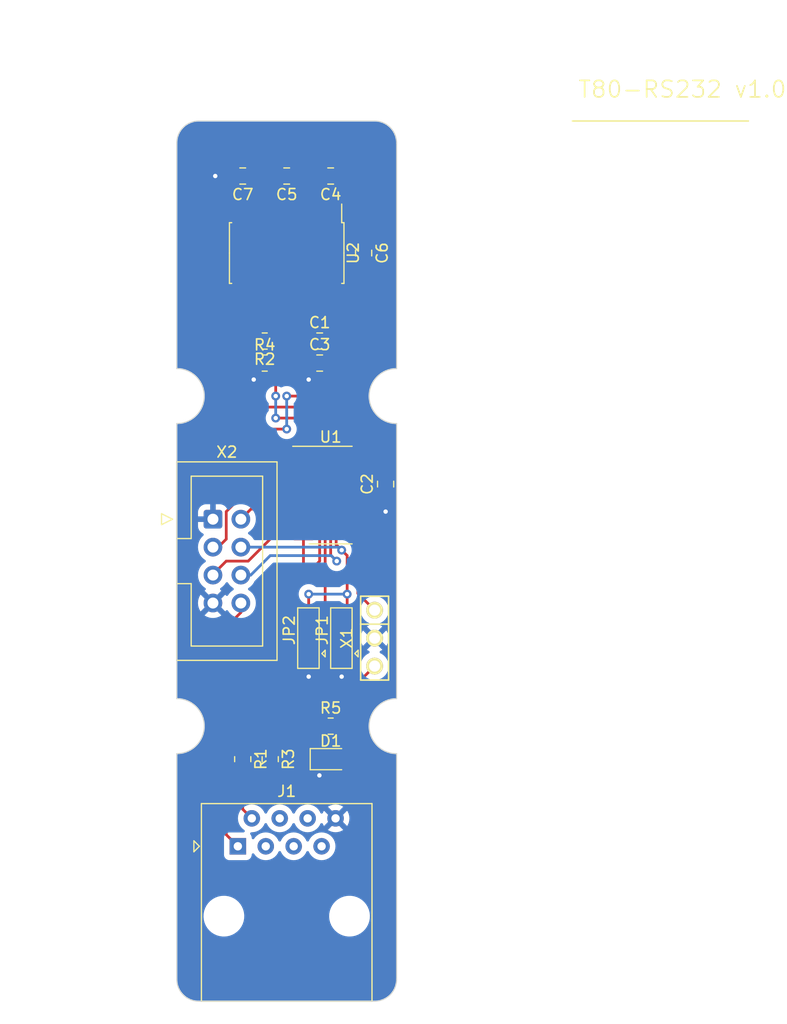
<source format=kicad_pcb>
(kicad_pcb (version 20220914) (generator pcbnew)
  (layers (0 "F.Cu" signal) (31 "B.Cu" signal) (34 "B.Paste" user) (35 "F.Paste" user) (36 "B.SilkS" user "B.Silkscreen") (37 "F.SilkS" user "F.Silkscreen") (38 "B.Mask" user) (39 "F.Mask" user) (44 "Edge.Cuts" user))
  (net 0 "")
  (net 1 "/SCL")
  (net 2 "/SDA")
  (net 3 "/RST")
  (net 4 "/IRQ")
  (net 5 "Net-(D1-A)")
  (net 6 "Net-(U2-T1OUT)")
  (net 7 "+5V")
  (net 8 "+3V3")
  (net 9 "GND")
  (net 10 "Net-(U2-C1+)")
  (net 11 "Net-(U2-C1-)")
  (net 12 "Net-(U2-C2+)")
  (net 13 "Net-(U2-C2-)")
  (net 14 "Net-(U2-VS+)")
  (net 15 "Net-(U2-VS-)")
  (net 16 "/RX_RS232")
  (net 17 "/TX_RS232")
  (net 23 "/RX_3V")
  (net 24 "Net-(U2-R1OUT)")
  (net 25 "Net-(U2-R1IN)")
  (net 26 "/LED")
  (net 27 "/SWCLK")
  (net 28 "/SWDIO")
  (net 29 "/TX_3V")
  (net 34 "/A1")
  (net 35 "/A2")
  (net 36 "/BOOT")
  (footprint "Capacitor_SMD:C_0805_2012Metric_Pad1.18x1.45mm_HandSolder" (layer "F.Cu") (at 137 78.25 90)
    (fp_text reference "C2" (at 0 -1.68 90) (layer "F.SilkS"))
    (fp_text value "100n")
    (fp_line (start -0.261252 -0.735) (end 0.261252 -0.735) (stroke (width 0.12)) (layer "F.SilkS"))
    (fp_line (start -0.261252 0.735) (end 0.261252 0.735) (stroke (width 0.12)) (layer "F.SilkS"))
    (pad "1" smd roundrect (at -1.0375 0 90) (size 1.175 1.45) (layers "F.Cu" "F.Paste" "F.Mask") (roundrect_rratio 0.212766) (net 9 "GND"))
    (pad "2" smd roundrect (at 1.0375 0 90) (size 1.175 1.45) (layers "F.Cu" "F.Paste" "F.Mask") (roundrect_rratio 0.212766) (net 8 "+3V3"))
  )
  (footprint "Capacitor_SMD:C_0805_2012Metric_Pad1.18x1.45mm_HandSolder" (layer "F.Cu") (at 132 50.25 180)
    (fp_text reference "C4" (at 0 -1.68) (layer "F.SilkS"))
    (fp_text value "1u")
    (fp_line (start -0.261252 -0.735) (end 0.261252 -0.735) (stroke (width 0.12)) (layer "F.SilkS"))
    (fp_line (start -0.261252 0.735) (end 0.261252 0.735) (stroke (width 0.12)) (layer "F.SilkS"))
    (pad "1" smd roundrect (at -1.0375 0 180) (size 1.175 1.45) (layers "F.Cu" "F.Paste" "F.Mask") (roundrect_rratio 0.212766) (net 10 "Net-(U2-C1+)"))
    (pad "2" smd roundrect (at 1.0375 0 180) (size 1.175 1.45) (layers "F.Cu" "F.Paste" "F.Mask") (roundrect_rratio 0.212766) (net 11 "Net-(U2-C1-)"))
  )
  (footprint "LED_SMD:LED_0805_2012Metric_Pad1.15x1.40mm_HandSolder" (layer "F.Cu") (at 132 103.25)
    (fp_text reference "D1" (at 0 -1.65) (layer "F.SilkS"))
    (fp_text value "LED")
    (fp_line (start -1.86 -0.96) (end -1.86 0.96) (stroke (width 0.12)) (layer "F.SilkS"))
    (fp_line (start -1.86 0.96) (end 1 0.96) (stroke (width 0.12)) (layer "F.SilkS"))
    (fp_line (start 1 -0.96) (end -1.86 -0.96) (stroke (width 0.12)) (layer "F.SilkS"))
    (pad "1" smd roundrect (at -1.025 0) (size 1.15 1.4) (layers "F.Cu" "F.Paste" "F.Mask") (roundrect_rratio 0.217391) (net 9 "GND"))
    (pad "2" smd roundrect (at 1.025 0) (size 1.15 1.4) (layers "F.Cu" "F.Paste" "F.Mask") (roundrect_rratio 0.217391) (net 5 "Net-(D1-A)"))
  )
  (footprint "Resistor_SMD:R_0805_2012Metric_Pad1.20x1.40mm_HandSolder" (layer "F.Cu") (at 126.5 103.25 -90)
    (fp_text reference "R3" (at 0 -1.65 90) (layer "F.SilkS"))
    (fp_text value "270R")
    (fp_line (start -0.227064 -0.735) (end 0.227064 -0.735) (stroke (width 0.12)) (layer "F.SilkS"))
    (fp_line (start -0.227064 0.735) (end 0.227064 0.735) (stroke (width 0.12)) (layer "F.SilkS"))
    (pad "1" smd roundrect (at -1 0 270) (size 1.2 1.4) (layers "F.Cu" "F.Paste" "F.Mask") (roundrect_rratio 0.208333) (net 25 "Net-(U2-R1IN)"))
    (pad "2" smd roundrect (at 1 0 270) (size 1.2 1.4) (layers "F.Cu" "F.Paste" "F.Mask") (roundrect_rratio 0.208333) (net 16 "/RX_RS232"))
  )
  (footprint "Connector_IDC:IDC-Header_2x04_P2.54mm_Vertical" (layer "F.Cu") (at 121.29 81.44)
    (fp_text reference "X2" (at 1.27 -6.1) (layer "F.SilkS"))
    (fp_text value "~")
    (fp_line (start -4.68 -0.5) (end -4.68 0.5) (stroke (width 0.12)) (layer "F.SilkS"))
    (fp_line (start -4.68 0.5) (end -3.68 0) (stroke (width 0.12)) (layer "F.SilkS"))
    (fp_line (start -3.68 0) (end -4.68 -0.5) (stroke (width 0.12)) (layer "F.SilkS"))
    (fp_line (start -3.29 -5.21) (end 5.83 -5.21) (stroke (width 0.12)) (layer "F.SilkS"))
    (fp_line (start -3.29 1.76) (end -1.98 1.76) (stroke (width 0.12)) (layer "F.SilkS"))
    (fp_line (start -3.29 12.83) (end -3.29 -5.21) (stroke (width 0.12)) (layer "F.SilkS"))
    (fp_line (start -1.98 -3.91) (end 4.52 -3.91) (stroke (width 0.12)) (layer "F.SilkS"))
    (fp_line (start -1.98 1.76) (end -1.98 -3.91) (stroke (width 0.12)) (layer "F.SilkS"))
    (fp_line (start -1.98 5.86) (end -3.29 5.86) (stroke (width 0.12)) (layer "F.SilkS"))
    (fp_line (start -1.98 5.86) (end -1.98 5.86) (stroke (width 0.12)) (layer "F.SilkS"))
    (fp_line (start -1.98 11.53) (end -1.98 5.86) (stroke (width 0.12)) (layer "F.SilkS"))
    (fp_line (start 4.52 -3.91) (end 4.52 11.53) (stroke (width 0.12)) (layer "F.SilkS"))
    (fp_line (start 4.52 11.53) (end -1.98 11.53) (stroke (width 0.12)) (layer "F.SilkS"))
    (fp_line (start 5.83 -5.21) (end 5.83 12.83) (stroke (width 0.12)) (layer "F.SilkS"))
    (fp_line (start 5.83 12.83) (end -3.29 12.83) (stroke (width 0.12)) (layer "F.SilkS"))
    (pad "1" thru_hole roundrect (at 0 0) (size 1.7 1.7) (drill 1) (layers *.Cu *.Mask) (roundrect_rratio 0.147059) (net 9 "GND"))
    (pad "2" thru_hole circle (at 2.54 0) (size 1.7 1.7) (drill 1) (layers *.Cu *.Mask) (net 1 "/SCL"))
    (pad "3" thru_hole circle (at 0 2.54) (size 1.7 1.7) (drill 1) (layers *.Cu *.Mask) (net 2 "/SDA"))
    (pad "4" thru_hole circle (at 2.54 2.54) (size 1.7 1.7) (drill 1) (layers *.Cu *.Mask) (net 8 "+3V3"))
    (pad "5" thru_hole circle (at 0 5.08) (size 1.7 1.7) (drill 1) (layers *.Cu *.Mask) (net 3 "/RST"))
    (pad "6" thru_hole circle (at 2.54 5.08) (size 1.7 1.7) (drill 1) (layers *.Cu *.Mask) (net 4 "/IRQ"))
    (pad "7" thru_hole circle (at 0 7.62) (size 1.7 1.7) (drill 1) (layers *.Cu *.Mask) (net 9 "GND"))
    (pad "8" thru_hole circle (at 2.54 7.62) (size 1.7 1.7) (drill 1) (layers *.Cu *.Mask) (net 7 "+5V"))
  )
  (footprint "Capacitor_SMD:C_0805_2012Metric_Pad1.18x1.45mm_HandSolder" (layer "F.Cu") (at 124 50.25 180)
    (fp_text reference "C7" (at 0 -1.68) (layer "F.SilkS"))
    (fp_text value "1u")
    (fp_line (start -0.261252 -0.735) (end 0.261252 -0.735) (stroke (width 0.12)) (layer "F.SilkS"))
    (fp_line (start -0.261252 0.735) (end 0.261252 0.735) (stroke (width 0.12)) (layer "F.SilkS"))
    (pad "1" smd roundrect (at -1.0375 0 180) (size 1.175 1.45) (layers "F.Cu" "F.Paste" "F.Mask") (roundrect_rratio 0.212766) (net 15 "Net-(U2-VS-)"))
    (pad "2" smd roundrect (at 1.0375 0 180) (size 1.175 1.45) (layers "F.Cu" "F.Paste" "F.Mask") (roundrect_rratio 0.212766) (net 9 "GND"))
  )
  (footprint "Capacitor_SMD:C_0805_2012Metric_Pad1.18x1.45mm_HandSolder" (layer "F.Cu") (at 128 50.25 180)
    (fp_text reference "C5" (at 0 -1.68) (layer "F.SilkS"))
    (fp_text value "1u")
    (fp_line (start -0.261252 -0.735) (end 0.261252 -0.735) (stroke (width 0.12)) (layer "F.SilkS"))
    (fp_line (start -0.261252 0.735) (end 0.261252 0.735) (stroke (width 0.12)) (layer "F.SilkS"))
    (pad "1" smd roundrect (at -1.0375 0 180) (size 1.175 1.45) (layers "F.Cu" "F.Paste" "F.Mask") (roundrect_rratio 0.212766) (net 12 "Net-(U2-C2+)"))
    (pad "2" smd roundrect (at 1.0375 0 180) (size 1.175 1.45) (layers "F.Cu" "F.Paste" "F.Mask") (roundrect_rratio 0.212766) (net 13 "Net-(U2-C2-)"))
  )
  (footprint "Jumper:SolderJumper-3_P2.0mm_Open_TrianglePad1.0x1.5mm" (layer "F.Cu") (at 133 92.25 90)
    (fp_text reference "JP1" (at 0.725 -1.775 90) (layer "F.SilkS"))
    (fp_text value "A1")
    (fp_line (start -2.75 -1) (end 2.75 -1) (stroke (width 0.12)) (layer "F.SilkS"))
    (fp_line (start -2.75 0.95) (end -2.75 -1) (stroke (width 0.12)) (layer "F.SilkS"))
    (fp_line (start -1.7 1.5) (end -1.1 1.5) (stroke (width 0.12)) (layer "F.SilkS"))
    (fp_line (start -1.4 1.2) (end -1.7 1.5) (stroke (width 0.12)) (layer "F.SilkS"))
    (fp_line (start -1.1 1.5) (end -1.4 1.2) (stroke (width 0.12)) (layer "F.SilkS"))
    (fp_line (start 2.75 -1) (end 2.75 0.95) (stroke (width 0.12)) (layer "F.SilkS"))
    (fp_line (start 2.75 0.95) (end -2.75 0.95) (stroke (width 0.12)) (layer "F.SilkS"))
    (pad "1" smd custom (at -2 0 90) (size 0.3 0.3) (layers "F.Cu" "F.Mask") (net 9 "GND") (options (clearance outline) (anchor rect)) (primitives (gr_poly (pts (xy 1 0) (xy 0.5 0.75) (xy -0.5 0.75) (xy -0.5 -0.75) (xy 0.5 -0.75)) (width 0) (fill yes))))
    (pad "2" smd custom (at 0 0 90) (size 0.3 0.3) (layers "F.Cu") (net 34 "/A1") (options (clearance outline) (anchor rect)) (primitives (gr_poly (pts (xy 0.7 0) (xy 1.2 0.75) (xy -1.2 0.75) (xy -0.7 0) (xy -1.2 -0.75) (xy 1.2 -0.75)) (width 0) (fill yes))))
    (pad "3" smd custom (at 2 0 270) (size 0.3 0.3) (layers "F.Cu" "F.Mask") (net 8 "+3V3") (options (clearance outline) (anchor rect)) (primitives (gr_poly (pts (xy 1 0) (xy 0.5 0.75) (xy -0.5 0.75) (xy -0.5 -0.75) (xy 0.5 -0.75)) (width 0) (fill yes))))
  )
  (footprint "Resistor_SMD:R_0805_2012Metric_Pad1.20x1.40mm_HandSolder" (layer "F.Cu") (at 132 100.25)
    (fp_text reference "R5" (at 0 -1.65) (layer "F.SilkS"))
    (fp_text value "270R")
    (fp_line (start -0.227064 -0.735) (end 0.227064 -0.735) (stroke (width 0.12)) (layer "F.SilkS"))
    (fp_line (start -0.227064 0.735) (end 0.227064 0.735) (stroke (width 0.12)) (layer "F.SilkS"))
    (pad "1" smd roundrect (at -1 0) (size 1.2 1.4) (layers "F.Cu" "F.Paste" "F.Mask") (roundrect_rratio 0.208333) (net 26 "/LED"))
    (pad "2" smd roundrect (at 1 0) (size 1.2 1.4) (layers "F.Cu" "F.Paste" "F.Mask") (roundrect_rratio 0.208333) (net 5 "Net-(D1-A)"))
  )
  (footprint "Capacitor_SMD:C_0805_2012Metric_Pad1.18x1.45mm_HandSolder" (layer "F.Cu") (at 131 67.25)
    (fp_text reference "C3" (at 0 -1.68) (layer "F.SilkS"))
    (fp_text value "100n")
    (fp_line (start -0.261252 -0.735) (end 0.261252 -0.735) (stroke (width 0.12)) (layer "F.SilkS"))
    (fp_line (start -0.261252 0.735) (end 0.261252 0.735) (stroke (width 0.12)) (layer "F.SilkS"))
    (pad "1" smd roundrect (at -1.0375 0) (size 1.175 1.45) (layers "F.Cu" "F.Paste" "F.Mask") (roundrect_rratio 0.212766) (net 9 "GND"))
    (pad "2" smd roundrect (at 1.0375 0) (size 1.175 1.45) (layers "F.Cu" "F.Paste" "F.Mask") (roundrect_rratio 0.212766) (net 7 "+5V"))
  )
  (footprint "Resistor_SMD:R_0805_2012Metric_Pad1.20x1.40mm_HandSolder" (layer "F.Cu") (at 124 103.25 -90)
    (fp_text reference "R1" (at 0 -1.65 90) (layer "F.SilkS"))
    (fp_text value "270R")
    (fp_line (start -0.227064 -0.735) (end 0.227064 -0.735) (stroke (width 0.12)) (layer "F.SilkS"))
    (fp_line (start -0.227064 0.735) (end 0.227064 0.735) (stroke (width 0.12)) (layer "F.SilkS"))
    (pad "1" smd roundrect (at -1 0 270) (size 1.2 1.4) (layers "F.Cu" "F.Paste" "F.Mask") (roundrect_rratio 0.208333) (net 6 "Net-(U2-T1OUT)"))
    (pad "2" smd roundrect (at 1 0 270) (size 1.2 1.4) (layers "F.Cu" "F.Paste" "F.Mask") (roundrect_rratio 0.208333) (net 17 "/TX_RS232"))
  )
  (footprint "Resistor_SMD:R_0805_2012Metric_Pad1.20x1.40mm_HandSolder" (layer "F.Cu") (at 126 65.25 180)
    (fp_text reference "R2" (at 0 -1.65) (layer "F.SilkS"))
    (fp_text value "270R")
    (fp_line (start -0.227064 -0.735) (end 0.227064 -0.735) (stroke (width 0.12)) (layer "F.SilkS"))
    (fp_line (start -0.227064 0.735) (end 0.227064 0.735) (stroke (width 0.12)) (layer "F.SilkS"))
    (pad "1" smd roundrect (at -1 0 180) (size 1.2 1.4) (layers "F.Cu" "F.Paste" "F.Mask") (roundrect_rratio 0.208333) (net 23 "/RX_3V"))
    (pad "2" smd roundrect (at 1 0 180) (size 1.2 1.4) (layers "F.Cu" "F.Paste" "F.Mask") (roundrect_rratio 0.208333) (net 24 "Net-(U2-R1OUT)"))
  )
  (footprint "Connector_RJ:RJ45_Amphenol_54602-x08_Horizontal" (layer "F.Cu") (at 123.555 111.17)
    (fp_text reference "J1" (at 4.445 -5) (layer "F.SilkS"))
    (fp_text value "8P8C")
    (fp_line (start -4 -0.5) (end -4 0.5) (stroke (width 0.12)) (layer "F.SilkS"))
    (fp_line (start -4 0.5) (end -3.5 0) (stroke (width 0.12)) (layer "F.SilkS"))
    (fp_line (start -3.5 0) (end -4 -0.5) (stroke (width 0.12)) (layer "F.SilkS"))
    (fp_line (start -3.315 -3.88) (end -3.315 14.08) (stroke (width 0.12)) (layer "F.SilkS"))
    (fp_line (start -3.315 14.08) (end 12.205 14.08) (stroke (width 0.12)) (layer "F.SilkS"))
    (fp_line (start 12.205 -3.88) (end -3.315 -3.88) (stroke (width 0.12)) (layer "F.SilkS"))
    (fp_line (start 12.205 -3.88) (end 12.205 14.08) (stroke (width 0.12)) (layer "F.SilkS"))
    (pad "" np_thru_hole circle (at -1.27 6.35) (size 3.2 3.2) (drill 3.2) (layers *.Cu *.Mask))
    (pad "" np_thru_hole circle (at 10.16 6.35) (size 3.2 3.2) (drill 3.2) (layers *.Cu *.Mask))
    (pad "1" thru_hole rect (at 0 0) (size 1.5 1.5) (drill 0.76) (layers *.Cu *.Mask) (net 16 "/RX_RS232"))
    (pad "2" thru_hole circle (at 1.27 -2.54) (size 1.5 1.5) (drill 0.76) (layers *.Cu *.Mask) (net 17 "/TX_RS232"))
    (pad "3" thru_hole circle (at 2.54 0) (size 1.5 1.5) (drill 0.76) (layers *.Cu *.Mask))
    (pad "4" thru_hole circle (at 3.81 -2.54) (size 1.5 1.5) (drill 0.76) (layers *.Cu *.Mask))
    (pad "5" thru_hole circle (at 5.08 0) (size 1.5 1.5) (drill 0.76) (layers *.Cu *.Mask))
    (pad "6" thru_hole circle (at 6.35 -2.54) (size 1.5 1.5) (drill 0.76) (layers *.Cu *.Mask))
    (pad "7" thru_hole circle (at 7.62 0) (size 1.5 1.5) (drill 0.76) (layers *.Cu *.Mask))
    (pad "8" thru_hole circle (at 8.89 -2.54) (size 1.5 1.5) (drill 0.76) (layers *.Cu *.Mask) (net 9 "GND"))
  )
  (footprint "Package_SO:SOIC-14_3.9x8.7mm_P1.27mm" (layer "F.Cu") (at 132 79.25)
    (fp_text reference "U1" (at 0 -5.28) (layer "F.SilkS"))
    (fp_text value "ATSAMD09C13A-SS")
    (fp_line (start 0 -4.435) (end -3.45 -4.435) (stroke (width 0.12)) (layer "F.SilkS"))
    (fp_line (start 0 -4.435) (end 1.95 -4.435) (stroke (width 0.12)) (layer "F.SilkS"))
    (fp_line (start 0 4.435) (end -1.95 4.435) (stroke (width 0.12)) (layer "F.SilkS"))
    (fp_line (start 0 4.435) (end 1.95 4.435) (stroke (width 0.12)) (layer "F.SilkS"))
    (pad "1" smd roundrect (at -2.475 -3.81) (size 1.95 0.6) (layers "F.Cu" "F.Paste" "F.Mask") (net 23 "/RX_3V"))
    (pad "2" smd roundrect (at -2.475 -2.54) (size 1.95 0.6) (layers "F.Cu" "F.Paste" "F.Mask") (net 34 "/A1"))
    (pad "3" smd roundrect (at -2.475 -1.27) (size 1.95 0.6) (layers "F.Cu" "F.Paste" "F.Mask") (net 35 "/A2"))
    (pad "4" smd roundrect (at -2.475 0) (size 1.95 0.6) (layers "F.Cu" "F.Paste" "F.Mask") (net 2 "/SDA"))
    (pad "5" smd roundrect (at -2.475 1.27) (size 1.95 0.6) (layers "F.Cu" "F.Paste" "F.Mask") (net 1 "/SCL"))
    (pad "6" smd roundrect (at -2.475 2.54) (size 1.95 0.6) (layers "F.Cu" "F.Paste" "F.Mask") (net 3 "/RST"))
    (pad "7" smd roundrect (at -2.475 3.81) (size 1.95 0.6) (layers "F.Cu" "F.Paste" "F.Mask") (net 27 "/SWCLK"))
    (pad "8" smd roundrect (at 2.475 3.81) (size 1.95 0.6) (layers "F.Cu" "F.Paste" "F.Mask") (net 28 "/SWDIO"))
    (pad "9" smd roundrect (at 2.475 2.54) (size 1.95 0.6) (layers "F.Cu" "F.Paste" "F.Mask") (net 26 "/LED"))
    (pad "10" smd roundrect (at 2.475 1.27) (size 1.95 0.6) (layers "F.Cu" "F.Paste" "F.Mask") (net 36 "/BOOT"))
    (pad "11" smd roundrect (at 2.475 0) (size 1.95 0.6) (layers "F.Cu" "F.Paste" "F.Mask") (net 9 "GND"))
    (pad "12" smd roundrect (at 2.475 -1.27) (size 1.95 0.6) (layers "F.Cu" "F.Paste" "F.Mask") (net 8 "+3V3"))
    (pad "13" smd roundrect (at 2.475 -2.54) (size 1.95 0.6) (layers "F.Cu" "F.Paste" "F.Mask") (net 4 "/IRQ"))
    (pad "14" smd roundrect (at 2.475 -3.81) (size 1.95 0.6) (layers "F.Cu" "F.Paste" "F.Mask") (net 29 "/TX_3V"))
  )
  (footprint "Capacitor_SMD:C_0805_2012Metric_Pad1.18x1.45mm_HandSolder" (layer "F.Cu") (at 131 65.25)
    (fp_text reference "C1" (at 0 -1.68) (layer "F.SilkS"))
    (fp_text value "1u")
    (fp_line (start -0.261252 -0.735) (end 0.261252 -0.735) (stroke (width 0.12)) (layer "F.SilkS"))
    (fp_line (start -0.261252 0.735) (end 0.261252 0.735) (stroke (width 0.12)) (layer "F.SilkS"))
    (pad "1" smd roundrect (at -1.0375 0) (size 1.175 1.45) (layers "F.Cu" "F.Paste" "F.Mask") (roundrect_rratio 0.212766) (net 9 "GND"))
    (pad "2" smd roundrect (at 1.0375 0) (size 1.175 1.45) (layers "F.Cu" "F.Paste" "F.Mask") (roundrect_rratio 0.212766) (net 7 "+5V"))
  )
  (footprint "Resistor_SMD:R_0805_2012Metric_Pad1.20x1.40mm_HandSolder" (layer "F.Cu") (at 126 67.25)
    (fp_text reference "R4" (at 0 -1.65) (layer "F.SilkS"))
    (fp_text value "270R")
    (fp_line (start -0.227064 -0.735) (end 0.227064 -0.735) (stroke (width 0.12)) (layer "F.SilkS"))
    (fp_line (start -0.227064 0.735) (end 0.227064 0.735) (stroke (width 0.12)) (layer "F.SilkS"))
    (pad "1" smd roundrect (at -1 0) (size 1.2 1.4) (layers "F.Cu" "F.Paste" "F.Mask") (roundrect_rratio 0.208333) (net 9 "GND"))
    (pad "2" smd roundrect (at 1 0) (size 1.2 1.4) (layers "F.Cu" "F.Paste" "F.Mask") (roundrect_rratio 0.208333) (net 23 "/RX_3V"))
  )
  (footprint "Drake:SWD" (layer "F.Cu") (at 136 92.25 -90)
    (fp_text reference "X1" (at 0 2.54 90) (layer "F.SilkS"))
    (fp_text value "SWD")
    (fp_line (start -3.81 -1.27) (end 3.81 -1.27) (stroke (width 0.15)) (layer "F.SilkS"))
    (fp_line (start -3.81 1.27) (end -3.81 -1.27) (stroke (width 0.15)) (layer "F.SilkS"))
    (fp_line (start -1.27 -1.27) (end -1.27 1.27) (stroke (width 0.15)) (layer "F.SilkS"))
    (fp_line (start 3.81 -1.27) (end 3.81 1.27) (stroke (width 0.15)) (layer "F.SilkS"))
    (fp_line (start 3.81 1.27) (end -3.81 1.27) (stroke (width 0.15)) (layer "F.SilkS"))
    (pad "1" thru_hole circle (at -2.54 0 270) (size 1.524 1.524) (drill 1.016) (layers *.Cu *.Mask "F.SilkS") (net 28 "/SWDIO"))
    (pad "2" thru_hole circle (at 0 0 270) (size 1.524 1.524) (drill 1.016) (layers *.Cu *.Mask "F.SilkS") (net 9 "GND"))
    (pad "3" thru_hole circle (at 2.54 0 270) (size 1.524 1.524) (drill 1.016) (layers *.Cu *.Mask "F.SilkS") (net 27 "/SWCLK"))
  )
  (footprint "Package_SO:SO-16_5.3x10.2mm_P1.27mm" (layer "F.Cu") (at 128 57.25 -90)
    (fp_text reference "U2" (at 0 -6.05 90) (layer "F.SilkS"))
    (fp_text value "MAX232")
    (fp_line (start -2.76 -5.21) (end -2.76 -5.005) (stroke (width 0.12)) (layer "F.SilkS"))
    (fp_line (start -2.76 -5.005) (end -4.45 -5.005) (stroke (width 0.12)) (layer "F.SilkS"))
    (fp_line (start -2.76 5.21) (end -2.76 5.005) (stroke (width 0.12)) (layer "F.SilkS"))
    (fp_line (start 0 -5.21) (end -2.76 -5.21) (stroke (width 0.12)) (layer "F.SilkS"))
    (fp_line (start 0 -5.21) (end 2.76 -5.21) (stroke (width 0.12)) (layer "F.SilkS"))
    (fp_line (start 0 5.21) (end -2.76 5.21) (stroke (width 0.12)) (layer "F.SilkS"))
    (fp_line (start 0 5.21) (end 2.76 5.21) (stroke (width 0.12)) (layer "F.SilkS"))
    (fp_line (start 2.76 -5.21) (end 2.76 -5.005) (stroke (width 0.12)) (layer "F.SilkS"))
    (fp_line (start 2.76 5.21) (end 2.76 5.005) (stroke (width 0.12)) (layer "F.SilkS"))
    (pad "1" smd roundrect (at -3.4625 -4.445 270) (size 1.975 0.6) (layers "F.Cu" "F.Paste" "F.Mask") (net 10 "Net-(U2-C1+)"))
    (pad "2" smd roundrect (at -3.4625 -3.175 270) (size 1.975 0.6) (layers "F.Cu" "F.Paste" "F.Mask") (net 14 "Net-(U2-VS+)"))
    (pad "3" smd roundrect (at -3.4625 -1.905 270) (size 1.975 0.6) (layers "F.Cu" "F.Paste" "F.Mask") (net 11 "Net-(U2-C1-)"))
    (pad "4" smd roundrect (at -3.4625 -0.635 270) (size 1.975 0.6) (layers "F.Cu" "F.Paste" "F.Mask") (net 12 "Net-(U2-C2+)"))
    (pad "5" smd roundrect (at -3.4625 0.635 270) (size 1.975 0.6) (layers "F.Cu" "F.Paste" "F.Mask") (net 13 "Net-(U2-C2-)"))
    (pad "6" smd roundrect (at -3.4625 1.905 270) (size 1.975 0.6) (layers "F.Cu" "F.Paste" "F.Mask") (net 15 "Net-(U2-VS-)"))
    (pad "7" smd roundrect (at -3.4625 3.175 270) (size 1.975 0.6) (layers "F.Cu" "F.Paste" "F.Mask"))
    (pad "8" smd roundrect (at -3.4625 4.445 270) (size 1.975 0.6) (layers "F.Cu" "F.Paste" "F.Mask"))
    (pad "9" smd roundrect (at 3.4625 4.445 270) (size 1.975 0.6) (layers "F.Cu" "F.Paste" "F.Mask"))
    (pad "10" smd roundrect (at 3.4625 3.175 270) (size 1.975 0.6) (layers "F.Cu" "F.Paste" "F.Mask"))
    (pad "11" smd roundrect (at 3.4625 1.905 270) (size 1.975 0.6) (layers "F.Cu" "F.Paste" "F.Mask") (net 29 "/TX_3V"))
    (pad "12" smd roundrect (at 3.4625 0.635 270) (size 1.975 0.6) (layers "F.Cu" "F.Paste" "F.Mask") (net 24 "Net-(U2-R1OUT)"))
    (pad "13" smd roundrect (at 3.4625 -0.635 270) (size 1.975 0.6) (layers "F.Cu" "F.Paste" "F.Mask") (net 25 "Net-(U2-R1IN)"))
    (pad "14" smd roundrect (at 3.4625 -1.905 270) (size 1.975 0.6) (layers "F.Cu" "F.Paste" "F.Mask") (net 6 "Net-(U2-T1OUT)"))
    (pad "15" smd roundrect (at 3.4625 -3.175 270) (size 1.975 0.6) (layers "F.Cu" "F.Paste" "F.Mask") (net 9 "GND"))
    (pad "16" smd roundrect (at 3.4625 -4.445 270) (size 1.975 0.6) (layers "F.Cu" "F.Paste" "F.Mask") (net 7 "+5V"))
  )
  (footprint "Capacitor_SMD:C_0805_2012Metric_Pad1.18x1.45mm_HandSolder" (layer "F.Cu") (at 135 57.25 -90)
    (fp_text reference "C6" (at 0 -1.68 90) (layer "F.SilkS"))
    (fp_text value "1u")
    (fp_line (start -0.261252 -0.735) (end 0.261252 -0.735) (stroke (width 0.12)) (layer "F.SilkS"))
    (fp_line (start -0.261252 0.735) (end 0.261252 0.735) (stroke (width 0.12)) (layer "F.SilkS"))
    (pad "1" smd roundrect (at -1.0375 0 270) (size 1.175 1.45) (layers "F.Cu" "F.Paste" "F.Mask") (roundrect_rratio 0.212766) (net 14 "Net-(U2-VS+)"))
    (pad "2" smd roundrect (at 1.0375 0 270) (size 1.175 1.45) (layers "F.Cu" "F.Paste" "F.Mask") (roundrect_rratio 0.212766) (net 9 "GND"))
  )
  (footprint "Jumper:SolderJumper-3_P2.0mm_Open_TrianglePad1.0x1.5mm" (layer "F.Cu") (at 130 92.25 90)
    (fp_text reference "JP2" (at 0.725 -1.775 90) (layer "F.SilkS"))
    (fp_text value "A1")
    (fp_line (start -2.75 -1) (end 2.75 -1) (stroke (width 0.12)) (layer "F.SilkS"))
    (fp_line (start -2.75 0.95) (end -2.75 -1) (stroke (width 0.12)) (layer "F.SilkS"))
    (fp_line (start -1.7 1.5) (end -1.1 1.5) (stroke (width 0.12)) (layer "F.SilkS"))
    (fp_line (start -1.4 1.2) (end -1.7 1.5) (stroke (width 0.12)) (layer "F.SilkS"))
    (fp_line (start -1.1 1.5) (end -1.4 1.2) (stroke (width 0.12)) (layer "F.SilkS"))
    (fp_line (start 2.75 -1) (end 2.75 0.95) (stroke (width 0.12)) (layer "F.SilkS"))
    (fp_line (start 2.75 0.95) (end -2.75 0.95) (stroke (width 0.12)) (layer "F.SilkS"))
    (pad "1" smd custom (at -2 0 90) (size 0.3 0.3) (layers "F.Cu" "F.Mask") (net 9 "GND") (options (clearance outline) (anchor rect)) (primitives (gr_poly (pts (xy 1 0) (xy 0.5 0.75) (xy -0.5 0.75) (xy -0.5 -0.75) (xy 0.5 -0.75)) (width 0) (fill yes))))
    (pad "2" smd custom (at 0 0 90) (size 0.3 0.3) (layers "F.Cu") (net 35 "/A2") (options (clearance outline) (anchor rect)) (primitives (gr_poly (pts (xy 0.7 0) (xy 1.2 0.75) (xy -1.2 0.75) (xy -0.7 0) (xy -1.2 -0.75) (xy 1.2 -0.75)) (width 0) (fill yes))))
    (pad "3" smd custom (at 2 0 270) (size 0.3 0.3) (layers "F.Cu" "F.Mask") (net 8 "+3V3") (options (clearance outline) (anchor rect)) (primitives (gr_poly (pts (xy 1 0) (xy 0.5 0.75) (xy -0.5 0.75) (xy -0.5 -0.75) (xy 0.5 -0.75)) (width 0) (fill yes))))
  )
  (gr_line (start 170 45.25) (end 154 45.25) (stroke (width 0.15)) (layer "F.SilkS"))
  (gr_line (start 118 102.75) (end 118 123.25) (stroke (width 0.1)) (layer "Edge.Cuts"))
  (gr_arc (start 118 47.25) (mid 118.585786 45.835786) (end 120 45.25) (stroke (width 0.1)) (layer "Edge.Cuts"))
  (gr_arc (start 138 72.75) (mid 135.5 70.25) (end 138 67.75) (stroke (width 0.1)) (layer "Edge.Cuts"))
  (gr_arc (start 136 45.25) (mid 137.414214 45.835786) (end 138 47.25) (stroke (width 0.1)) (layer "Edge.Cuts"))
  (gr_line (start 118 47.25) (end 118 67.75) (stroke (width 0.1)) (layer "Edge.Cuts"))
  (gr_arc (start 138 123.25) (mid 137.414214 124.664214) (end 136 125.25) (stroke (width 0.1)) (layer "Edge.Cuts"))
  (gr_line (start 138 72.75) (end 138 97.75) (stroke (width 0.1)) (layer "Edge.Cuts"))
  (gr_line (start 120 125.25) (end 136 125.25) (stroke (width 0.1)) (layer "Edge.Cuts"))
  (gr_line (start 120 45.25) (end 136 45.25) (stroke (width 0.1)) (layer "Edge.Cuts"))
  (gr_arc (start 118 67.75) (mid 120.5 70.25) (end 118 72.75) (stroke (width 0.1)) (layer "Edge.Cuts"))
  (gr_line (start 118 72.75) (end 118 97.75) (stroke (width 0.1)) (layer "Edge.Cuts"))
  (gr_line (start 138 102.75) (end 138 123.25) (stroke (width 0.1)) (layer "Edge.Cuts"))
  (gr_line (start 138 47.25) (end 138 67.75) (stroke (width 0.1)) (layer "Edge.Cuts"))
  (gr_arc (start 118 97.75) (mid 120.5 100.25) (end 118 102.75) (stroke (width 0.1)) (layer "Edge.Cuts"))
  (gr_arc (start 120 125.25) (mid 118.585786 124.664214) (end 118 123.25) (stroke (width 0.1)) (layer "Edge.Cuts"))
  (gr_arc (start 138 102.75) (mid 135.5 100.25) (end 138 97.75) (stroke (width 0.1)) (layer "Edge.Cuts"))
  (gr_text "T80-RS232 v1.0" (at 164 43.25) (layer "F.SilkS") (effects (font (size 1.5 1.5)) (justify bottom)))
  (segment (start 129.525 80.52) (end 124.75 80.52) (width 0.25) (layer "F.Cu") (net 1))
  (segment (start 124.75 80.52) (end 123.83 81.44) (width 0.25) (layer "F.Cu") (net 1))
  (segment (start 129.525 79.25) (end 124 79.25) (width 0.25) (layer "F.Cu") (net 2))
  (segment (start 122.5 80.75) (end 122.5 83.25) (width 0.25) (layer "F.Cu") (net 2))
  (segment (start 122.5 83.25) (end 121.77 83.98) (width 0.25) (layer "F.Cu") (net 2))
  (segment (start 121.77 83.98) (end 121.29 83.98) (width 0.25) (layer "F.Cu") (net 2))
  (segment (start 124 79.25) (end 122.5 80.75) (width 0.25) (layer "F.Cu") (net 2))
  (segment (start 127.96 81.79) (end 124.5 85.25) (width 0.25) (layer "F.Cu") (net 3))
  (segment (start 122.5 85.25) (end 121.29 86.46) (width 0.25) (layer "F.Cu") (net 3))
  (segment (start 124.5 85.25) (end 122.5 85.25) (width 0.25) (layer "F.Cu") (net 3))
  (segment (start 129.525 81.79) (end 127.96 81.79) (width 0.25) (layer "F.Cu") (net 3))
  (segment (start 121.29 86.46) (end 121.29 86.52) (width 0.25) (layer "F.Cu") (net 3))
  (segment (start 132 84.7) (end 132.55 85.25) (width 0.25) (layer "F.Cu") (net 4))
  (segment (start 132 77.75) (end 132 84.7) (width 0.25) (layer "F.Cu") (net 4))
  (segment (start 133.04 76.71) (end 132 77.75) (width 0.25) (layer "F.Cu") (net 4))
  (segment (start 134.475 76.71) (end 133.04 76.71) (width 0.25) (layer "F.Cu") (net 4))
  (via (at 132.55 85.25) (size 0.8) (drill 0.4) (layers "F.Cu" "B.Cu") (net 4))
  (segment (start 124.73 86.52) (end 126.5 84.75) (width 0.25) (layer "B.Cu") (net 4))
  (segment (start 123.83 86.52) (end 124.23 86.52) (width 0.25) (layer "B.Cu") (net 4))
  (segment (start 126.5 84.75) (end 132 84.75) (width 0.25) (layer "B.Cu") (net 4))
  (segment (start 124.23 86.52) (end 124.73 86.52) (width 0.25) (layer "B.Cu") (net 4))
  (segment (start 132 84.75) (end 132.05 84.75) (width 0.25) (layer "B.Cu") (net 4))
  (segment (start 132.05 84.75) (end 132.55 85.25) (width 0.25) (layer "B.Cu") (net 4))
  (segment (start 133 100.25) (end 133 103.225) (width 0.25) (layer "F.Cu") (net 5))
  (segment (start 133 103.225) (end 133.025 103.25) (width 0.25) (layer "F.Cu") (net 5))
  (segment (start 128 57.75) (end 123 57.75) (width 0.25) (layer "F.Cu") (net 6))
  (segment (start 123 57.75) (end 122 58.75) (width 0.25) (layer "F.Cu") (net 6))
  (segment (start 124 96.25) (end 124 102.25) (width 0.25) (layer "F.Cu") (net 6))
  (segment (start 129.905 60.7125) (end 129.905 59.655) (width 0.25) (layer "F.Cu") (net 6))
  (segment (start 129.905 59.655) (end 128 57.75) (width 0.25) (layer "F.Cu") (net 6))
  (segment (start 118.5 90.75) (end 124 96.25) (width 0.25) (layer "F.Cu") (net 6))
  (segment (start 122 75.75) (end 118.5 79.25) (width 0.25) (layer "F.Cu") (net 6))
  (segment (start 122 58.75) (end 122 75.75) (width 0.25) (layer "F.Cu") (net 6))
  (segment (start 118.5 79.25) (end 118.5 90.75) (width 0.25) (layer "F.Cu") (net 6))
  (segment (start 119.5 89.75) (end 120.5 90.75) (width 0.25) (layer "F.Cu") (net 7))
  (segment (start 120.5 90.75) (end 123 90.75) (width 0.25) (layer "F.Cu") (net 7))
  (segment (start 132.445 64.8425) (end 132.0375 65.25) (width 0.25) (layer "F.Cu") (net 7))
  (segment (start 132.445 60.7125) (end 132.445 63.8425) (width 0.25) (layer "F.Cu") (net 7))
  (segment (start 132.0375 67.25) (end 132.0375 68.7125) (width 0.25) (layer "F.Cu") (net 7))
  (segment (start 130.5 70.25) (end 128 70.25) (width 0.25) (layer "F.Cu") (net 7))
  (segment (start 132.0375 68.7125) (end 130.5 70.25) (width 0.25) (layer "F.Cu") (net 7))
  (segment (start 126.5 73.25) (end 119.5 80.25) (width 0.25) (layer "F.Cu") (net 7))
  (segment (start 128 73.25) (end 126.5 73.25) (width 0.25) (layer "F.Cu") (net 7))
  (segment (start 132.445 63.8425) (end 132.445 64.8425) (width 0.25) (layer "F.Cu") (net 7))
  (segment (start 123.83 89.92) (end 123.83 89.06) (width 0.25) (layer "F.Cu") (net 7))
  (segment (start 132.0375 65.25) (end 132.0375 67.25) (width 0.25) (layer "F.Cu") (net 7))
  (segment (start 123 90.75) (end 123.83 89.92) (width 0.25) (layer "F.Cu") (net 7))
  (segment (start 119.5 80.25) (end 119.5 89.75) (width 0.25) (layer "F.Cu") (net 7))
  (via (at 128 70.25) (size 0.8) (drill 0.4) (layers "F.Cu" "B.Cu") (net 7))
  (via (at 128 73.25) (size 0.8) (drill 0.4) (layers "F.Cu" "B.Cu") (net 7))
  (segment (start 128 70.25) (end 128 73.25) (width 0.25) (layer "B.Cu") (net 7))
  (segment (start 133.5 84.75) (end 133.5 89.75) (width 0.25) (layer "F.Cu") (net 8))
  (segment (start 134.475 77.98) (end 136.2325 77.98) (width 0.25) (layer "F.Cu") (net 8))
  (segment (start 130 90.25) (end 130 88.25) (width 0.25) (layer "F.Cu") (net 8))
  (segment (start 133.5 89.75) (end 133 90.25) (width 0.25) (layer "F.Cu") (net 8))
  (segment (start 132.5 83.75) (end 132.5 78.75) (width 0.25) (layer "F.Cu") (net 8))
  (segment (start 133.27 77.98) (end 134.475 77.98) (width 0.25) (layer "F.Cu") (net 8))
  (segment (start 132.5 78.75) (end 133.27 77.98) (width 0.25) (layer "F.Cu") (net 8))
  (segment (start 136.2325 77.98) (end 137 77.2125) (width 0.25) (layer "F.Cu") (net 8))
  (segment (start 133 84.25) (end 133.5 84.75) (width 0.25) (layer "F.Cu") (net 8))
  (segment (start 133 84.25) (end 132.5 83.75) (width 0.25) (layer "F.Cu") (net 8))
  (via (at 133 84.25) (size 0.8) (drill 0.4) (layers "F.Cu" "B.Cu") (net 8))
  (via (at 130 88.25) (size 0.8) (drill 0.4) (layers "F.Cu" "B.Cu") (net 8))
  (via (at 133.5 88.25) (size 0.8) (drill 0.4) (layers "F.Cu" "B.Cu") (net 8))
  (segment (start 132.73 83.98) (end 123.83 83.98) (width 0.25) (layer "B.Cu") (net 8))
  (segment (start 133 84.25) (end 132.73 83.98) (width 0.25) (layer "B.Cu") (net 8))
  (segment (start 130 88.25) (end 133.5 88.25) (width 0.25) (layer "B.Cu") (net 8))
  (segment (start 122.9625 50.25) (end 121.5 50.25) (width 0.25) (layer "F.Cu") (net 9))
  (segment (start 130 94.25) (end 130 95.75) (width 0.25) (layer "F.Cu") (net 9))
  (segment (start 125 67.25) (end 125 68.75) (width 0.25) (layer "F.Cu") (net 9))
  (segment (start 137 79.2875) (end 137 80.75) (width 0.25) (layer "F.Cu") (net 9))
  (segment (start 129.9625 67.25) (end 129.9625 68.7125) (width 0.25) (layer "F.Cu") (net 9))
  (segment (start 133 94.25) (end 133 95.75) (width 0.25) (layer "F.Cu") (net 9))
  (segment (start 131.175 64.0375) (end 131.175 60.7125) (width 0.25) (layer "F.Cu") (net 9))
  (segment (start 131.175 60.7125) (end 131.175 59.075) (width 0.25) (layer "F.Cu") (net 9))
  (segment (start 131.9625 58.2875) (end 135 58.2875) (width 0.25) (layer "F.Cu") (net 9))
  (segment (start 129.9625 68.7125) (end 130 68.75) (width 0.25) (layer "F.Cu") (net 9))
  (segment (start 129.9625 65.25) (end 129.9625 67.25) (width 0.25) (layer "F.Cu") (net 9))
  (segment (start 131.175 59.075) (end 131.9625 58.2875) (width 0.25) (layer "F.Cu") (net 9))
  (segment (start 134.475 79.25) (end 136.9625 79.25) (width 0.25) (layer "F.Cu") (net 9))
  (segment (start 130.975 103.25) (end 130.975 104.725) (width 0.25) (layer "F.Cu") (net 9))
  (segment (start 129.9625 65.25) (end 131.175 64.0375) (width 0.25) (layer "F.Cu") (net 9))
  (segment (start 136.9625 79.25) (end 137 79.2875) (width 0.25) (layer "F.Cu") (net 9))
  (via (at 130 68.75) (size 0.8) (drill 0.4) (layers "F.Cu" "B.Cu") (net 9))
  (via (at 125 68.75) (size 0.8) (drill 0.4) (layers "F.Cu" "B.Cu") (net 9))
  (via (at 137 80.75) (size 0.8) (drill 0.4) (layers "F.Cu" "B.Cu") (net 9))
  (via (at 133 95.75) (size 0.8) (drill 0.4) (layers "F.Cu" "B.Cu") (net 9))
  (via (at 121.5 50.25) (size 0.8) (drill 0.4) (layers "F.Cu" "B.Cu") (net 9))
  (via (at 130 95.75) (size 0.8) (drill 0.4) (layers "F.Cu" "B.Cu") (net 9))
  (via (at 130.975 104.725) (size 0.8) (drill 0.4) (layers "F.Cu" "B.Cu") (net 9))
  (segment (start 133.0375 53.195) (end 133.0375 50.25) (width 0.25) (layer "F.Cu") (net 10))
  (segment (start 132.445 53.7875) (end 133.0375 53.195) (width 0.25) (layer "F.Cu") (net 10))
  (segment (start 129.905 53.7875) (end 129.905 52.345) (width 0.25) (layer "F.Cu") (net 11))
  (segment (start 130.9625 51.2875) (end 130.9625 50.25) (width 0.25) (layer "F.Cu") (net 11))
  (segment (start 129.905 52.345) (end 130.9625 51.2875) (width 0.25) (layer "F.Cu") (net 11))
  (segment (start 128.635 50.6525) (end 129.0375 50.25) (width 0.25) (layer "F.Cu") (net 12))
  (segment (start 128.635 53.7875) (end 128.635 50.6525) (width 0.25) (layer "F.Cu") (net 12))
  (segment (start 127.365 53.7875) (end 127.365 50.6525) (width 0.25) (layer "F.Cu") (net 13))
  (segment (start 127.365 50.6525) (end 126.9625 50.25) (width 0.25) (layer "F.Cu") (net 13))
  (segment (start 131.175 53.7875) (end 131.175 55.425) (width 0.25) (layer "F.Cu") (net 14))
  (segment (start 131.9625 56.2125) (end 135 56.2125) (width 0.25) (layer "F.Cu") (net 14))
  (segment (start 131.175 55.425) (end 131.9625 56.2125) (width 0.25) (layer "F.Cu") (net 14))
  (segment (start 125 50.2875) (end 125.0375 50.25) (width 0.25) (layer "F.Cu") (net 15))
  (segment (start 125 51.25) (end 125 50.2875) (width 0.25) (layer "F.Cu") (net 15))
  (segment (start 126.095 52.345) (end 125 51.25) (width 0.25) (layer "F.Cu") (net 15))
  (segment (start 126.095 53.7875) (end 126.095 52.345) (width 0.25) (layer "F.Cu") (net 15))
  (segment (start 126.5 104.25) (end 125.5 103.25) (width 0.25) (layer "F.Cu") (net 16))
  (segment (start 122.5 103.75) (end 122.5 110.115) (width 0.25) (layer "F.Cu") (net 16))
  (segment (start 125.5 103.25) (end 123 103.25) (width 0.25) (layer "F.Cu") (net 16))
  (segment (start 123 103.25) (end 122.5 103.75) (width 0.25) (layer "F.Cu") (net 16))
  (segment (start 122.5 110.115) (end 123.555 111.17) (width 0.25) (layer "F.Cu") (net 16))
  (segment (start 124 107.805) (end 124.825 108.63) (width 0.25) (layer "F.Cu") (net 17))
  (segment (start 124 104.25) (end 124 107.805) (width 0.25) (layer "F.Cu") (net 17))
  (segment (start 129 72.25) (end 127 72.25) (width 0.25) (layer "F.Cu") (net 23))
  (segment (start 129.525 75.44) (end 129.525 72.775) (width 0.25) (layer "F.Cu") (net 23))
  (segment (start 127 67.25) (end 127 70.25) (width 0.25) (layer "F.Cu") (net 23))
  (segment (start 129.525 72.775) (end 129 72.25) (width 0.25) (layer "F.Cu") (net 23))
  (segment (start 127 67.25) (end 127 65.25) (width 0.25) (layer "F.Cu") (net 23))
  (via (at 127 72.25) (size 0.8) (drill 0.4) (layers "F.Cu" "B.Cu") (net 23))
  (via (at 127 70.25) (size 0.8) (drill 0.4) (layers "F.Cu" "B.Cu") (net 23))
  (segment (start 127 72.25) (end 127 70.25) (width 0.25) (layer "B.Cu") (net 23))
  (segment (start 127 63.75) (end 125.5 63.75) (width 0.25) (layer "F.Cu") (net 24))
  (segment (start 127.365 60.7125) (end 127.365 63.385) (width 0.25) (layer "F.Cu") (net 24))
  (segment (start 125.5 63.75) (end 125 64.25) (width 0.25) (layer "F.Cu") (net 24))
  (segment (start 127.365 63.385) (end 127 63.75) (width 0.25) (layer "F.Cu") (net 24))
  (segment (start 125 64.25) (end 125 65.25) (width 0.25) (layer "F.Cu") (net 24))
  (segment (start 119 79.75) (end 119 90.25) (width 0.25) (layer "F.Cu") (net 25))
  (segment (start 119 90.25) (end 126.5 97.75) (width 0.25) (layer "F.Cu") (net 25))
  (segment (start 128.635 59.385) (end 128 58.75) (width 0.25) (layer "F.Cu") (net 25))
  (segment (start 122.5 76.25) (end 119 79.75) (width 0.25) (layer "F.Cu") (net 25))
  (segment (start 123 58.75) (end 122.5 59.25) (width 0.25) (layer "F.Cu") (net 25))
  (segment (start 126.5 97.75) (end 126.5 102.25) (width 0.25) (layer "F.Cu") (net 25))
  (segment (start 128.635 60.7125) (end 128.635 59.385) (width 0.25) (layer "F.Cu") (net 25))
  (segment (start 122.5 59.25) (end 122.5 76.25) (width 0.25) (layer "F.Cu") (net 25))
  (segment (start 128 58.75) (end 123 58.75) (width 0.25) (layer "F.Cu") (net 25))
  (segment (start 137.5 95.75) (end 137.5 83.25) (width 0.25) (layer "F.Cu") (net 26))
  (segment (start 131 100.25) (end 131 98.75) (width 0.25) (layer "F.Cu") (net 26))
  (segment (start 136 97.25) (end 137.5 95.75) (width 0.25) (layer "F.Cu") (net 26))
  (segment (start 132.5 97.25) (end 136 97.25) (width 0.25) (layer "F.Cu") (net 26))
  (segment (start 131 98.75) (end 132.5 97.25) (width 0.25) (layer "F.Cu") (net 26))
  (segment (start 136.04 81.79) (end 134.475 81.79) (width 0.25) (layer "F.Cu") (net 26))
  (segment (start 137.5 83.25) (end 136.04 81.79) (width 0.25) (layer "F.Cu") (net 26))
  (segment (start 129 96.75) (end 134.04 96.75) (width 0.25) (layer "F.Cu") (net 27))
  (segment (start 127.5 95.25) (end 129 96.75) (width 0.25) (layer "F.Cu") (net 27))
  (segment (start 127.5 87.75) (end 127.5 95.25) (width 0.25) (layer "F.Cu") (net 27))
  (segment (start 129.525 85.725) (end 127.5 87.75) (width 0.25) (layer "F.Cu") (net 27))
  (segment (start 129.525 83.06) (end 129.525 85.725) (width 0.25) (layer "F.Cu") (net 27))
  (segment (start 134.04 96.75) (end 136 94.79) (width 0.25) (layer "F.Cu") (net 27))
  (segment (start 134.475 83.06) (end 134.475 88.185) (width 0.25) (layer "F.Cu") (net 28))
  (segment (start 134.475 88.185) (end 136 89.71) (width 0.25) (layer "F.Cu") (net 28))
  (segment (start 123.5 64.25) (end 123.5 68.75) (width 0.25) (layer "F.Cu") (net 29))
  (segment (start 126.095 61.655) (end 123.5 64.25) (width 0.25) (layer "F.Cu") (net 29))
  (segment (start 123.5 68.75) (end 126 71.25) (width 0.25) (layer "F.Cu") (net 29))
  (segment (start 126.095 60.7125) (end 126.095 61.655) (width 0.25) (layer "F.Cu") (net 29))
  (segment (start 132.5 71.25) (end 134.475 73.225) (width 0.25) (layer "F.Cu") (net 29))
  (segment (start 126 71.25) (end 132.5 71.25) (width 0.25) (layer "F.Cu") (net 29))
  (segment (start 134.475 73.225) (end 134.475 75.44) (width 0.25) (layer "F.Cu") (net 29))
  (segment (start 130.46 76.71) (end 129.525 76.71) (width 0.25) (layer "F.Cu") (net 34))
  (segment (start 131.5 90.75) (end 131.5 77.75) (width 0.25) (layer "F.Cu") (net 34))
  (segment (start 133 92.25) (end 131.5 90.75) (width 0.25) (layer "F.Cu") (net 34))
  (segment (start 131.5 77.75) (end 130.46 76.71) (width 0.25) (layer "F.Cu") (net 34))
  (segment (start 130.23 77.98) (end 129.525 77.98) (width 0.25) (layer "F.Cu") (net 35))
  (segment (start 130 92.25) (end 129.5 92.25) (width 0.25) (layer "F.Cu") (net 35))
  (segment (start 131 85.25) (end 131 78.75) (width 0.25) (layer "F.Cu") (net 35))
  (segment (start 128.5 91.25) (end 128.5 87.75) (width 0.25) (layer "F.Cu") (net 35))
  (segment (start 131 78.75) (end 130.23 77.98) (width 0.25) (layer "F.Cu") (net 35))
  (segment (start 128.5 87.75) (end 131 85.25) (width 0.25) (layer "F.Cu") (net 35))
  (segment (start 129.5 92.25) (end 128.5 91.25) (width 0.25) (layer "F.Cu") (net 35))
  (zone (net 9) (net_name "GND") (layer "B.Cu") (connect_pads (clearance 0.508)) (min_thickness 0.254) (fill yes (thermal_gap 0.508) (thermal_bridge_width 0.508) (island_removal_mode 2) (island_area_min 10))
    (polygon (pts (xy 138 125.25) (xy 118 125.25) (xy 118 45.25) (xy 138 45.25)))
  )
)
</source>
